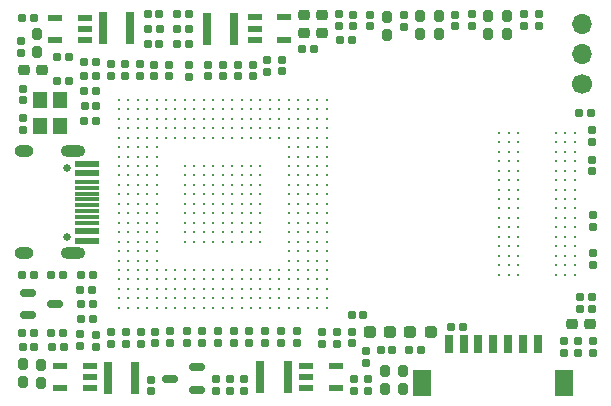
<source format=gts>
G04 #@! TF.GenerationSoftware,KiCad,Pcbnew,7.0.5-0*
G04 #@! TF.CreationDate,2023-06-20T23:32:33+08:00*
G04 #@! TF.ProjectId,slimarm_hypericum,736c696d-6172-46d5-9f68-797065726963,rev?*
G04 #@! TF.SameCoordinates,Original*
G04 #@! TF.FileFunction,Soldermask,Top*
G04 #@! TF.FilePolarity,Negative*
%FSLAX46Y46*%
G04 Gerber Fmt 4.6, Leading zero omitted, Abs format (unit mm)*
G04 Created by KiCad (PCBNEW 7.0.5-0) date 2023-06-20 23:32:33*
%MOMM*%
%LPD*%
G01*
G04 APERTURE LIST*
G04 Aperture macros list*
%AMRoundRect*
0 Rectangle with rounded corners*
0 $1 Rounding radius*
0 $2 $3 $4 $5 $6 $7 $8 $9 X,Y pos of 4 corners*
0 Add a 4 corners polygon primitive as box body*
4,1,4,$2,$3,$4,$5,$6,$7,$8,$9,$2,$3,0*
0 Add four circle primitives for the rounded corners*
1,1,$1+$1,$2,$3*
1,1,$1+$1,$4,$5*
1,1,$1+$1,$6,$7*
1,1,$1+$1,$8,$9*
0 Add four rect primitives between the rounded corners*
20,1,$1+$1,$2,$3,$4,$5,0*
20,1,$1+$1,$4,$5,$6,$7,0*
20,1,$1+$1,$6,$7,$8,$9,0*
20,1,$1+$1,$8,$9,$2,$3,0*%
G04 Aperture macros list end*
%ADD10RoundRect,0.150000X0.150000X-0.225000X0.150000X0.225000X-0.150000X0.225000X-0.150000X-0.225000X0*%
%ADD11RoundRect,0.150000X-0.225000X-0.150000X0.225000X-0.150000X0.225000X0.150000X-0.225000X0.150000X0*%
%ADD12RoundRect,0.150000X0.225000X0.150000X-0.225000X0.150000X-0.225000X-0.150000X0.225000X-0.150000X0*%
%ADD13RoundRect,0.150000X-0.150000X0.225000X-0.150000X-0.225000X0.150000X-0.225000X0.150000X0.225000X0*%
%ADD14R,0.711200X1.600000*%
%ADD15R,1.600200X2.209800*%
%ADD16R,1.200000X0.600000*%
%ADD17RoundRect,0.212500X-0.212500X0.262500X-0.212500X-0.262500X0.212500X-0.262500X0.212500X0.262500X0*%
%ADD18RoundRect,0.212500X0.212500X-0.262500X0.212500X0.262500X-0.212500X0.262500X-0.212500X-0.262500X0*%
%ADD19RoundRect,0.237500X0.287500X0.237500X-0.287500X0.237500X-0.287500X-0.237500X0.287500X-0.237500X0*%
%ADD20RoundRect,0.237500X-0.287500X-0.237500X0.287500X-0.237500X0.287500X0.237500X-0.287500X0.237500X0*%
%ADD21C,0.650000*%
%ADD22R,2.000000X0.600000*%
%ADD23R,2.000000X0.300000*%
%ADD24O,2.100000X1.000000*%
%ADD25O,1.600000X1.000000*%
%ADD26C,0.320000*%
%ADD27C,1.700000*%
%ADD28O,1.700000X1.700000*%
%ADD29RoundRect,0.212500X0.262500X0.212500X-0.262500X0.212500X-0.262500X-0.212500X0.262500X-0.212500X0*%
%ADD30R,0.800000X2.700000*%
%ADD31RoundRect,0.150000X0.512500X0.150000X-0.512500X0.150000X-0.512500X-0.150000X0.512500X-0.150000X0*%
%ADD32RoundRect,0.212500X-0.262500X-0.212500X0.262500X-0.212500X0.262500X0.212500X-0.262500X0.212500X0*%
%ADD33R,1.200000X1.400000*%
%ADD34RoundRect,0.150000X-0.512500X-0.150000X0.512500X-0.150000X0.512500X0.150000X-0.512500X0.150000X0*%
G04 APERTURE END LIST*
D10*
G04 #@! TO.C,C17*
X38500000Y-78970000D03*
X38500000Y-77970000D03*
G04 #@! TD*
D11*
G04 #@! TO.C,R23*
X27360000Y-79390000D03*
X28360000Y-79390000D03*
G04 #@! TD*
D12*
G04 #@! TO.C,R26*
X49100000Y-76600000D03*
X48100000Y-76600000D03*
G04 #@! TD*
D13*
G04 #@! TO.C,R25*
X52430000Y-73730000D03*
X52430000Y-74730000D03*
G04 #@! TD*
D12*
G04 #@! TO.C,R24*
X61730000Y-100190000D03*
X60730000Y-100190000D03*
G04 #@! TD*
G04 #@! TO.C,R20*
X52290000Y-75880000D03*
X51290000Y-75880000D03*
G04 #@! TD*
D14*
G04 #@! TO.C,J5*
X68020000Y-101640000D03*
X66770000Y-101640000D03*
X65520000Y-101640000D03*
X64270000Y-101640000D03*
X63020000Y-101640000D03*
X61770000Y-101640000D03*
X60520000Y-101640000D03*
D15*
X58272900Y-104942000D03*
X70267100Y-104942000D03*
G04 #@! TD*
D13*
G04 #@! TO.C,C18*
X53800000Y-73720000D03*
X53800000Y-74720000D03*
G04 #@! TD*
G04 #@! TO.C,C16*
X51070000Y-100580000D03*
X51070000Y-101580000D03*
G04 #@! TD*
D12*
G04 #@! TO.C,C80*
X36030000Y-74980000D03*
X35030000Y-74980000D03*
G04 #@! TD*
D11*
G04 #@! TO.C,C61*
X52280000Y-99160000D03*
X53280000Y-99160000D03*
G04 #@! TD*
D13*
G04 #@! TO.C,C33*
X29250000Y-100810000D03*
X29250000Y-101810000D03*
G04 #@! TD*
D16*
G04 #@! TO.C,U5*
X29690950Y-75880001D03*
X29690950Y-74930000D03*
X29690950Y-73979999D03*
X27189050Y-73979999D03*
X27189050Y-75880001D03*
G04 #@! TD*
D17*
G04 #@! TO.C,R15*
X63840000Y-73840000D03*
X63840000Y-75364000D03*
G04 #@! TD*
D10*
G04 #@! TO.C,C46*
X44960000Y-101520000D03*
X44960000Y-100520000D03*
G04 #@! TD*
D13*
G04 #@! TO.C,C42*
X72710000Y-93900000D03*
X72710000Y-94900000D03*
G04 #@! TD*
D12*
G04 #@! TO.C,C7*
X30670000Y-81480000D03*
X29670000Y-81480000D03*
G04 #@! TD*
G04 #@! TO.C,C8*
X30640000Y-80210000D03*
X29640000Y-80210000D03*
G04 #@! TD*
D10*
G04 #@! TO.C,C59*
X46360000Y-77540000D03*
X46360000Y-78540000D03*
G04 #@! TD*
D13*
G04 #@! TO.C,C30*
X33190000Y-100610000D03*
X33190000Y-101610000D03*
G04 #@! TD*
G04 #@! TO.C,C24*
X53690000Y-104570000D03*
X53690000Y-105570000D03*
G04 #@! TD*
D11*
G04 #@! TO.C,C21*
X35010000Y-76190000D03*
X36010000Y-76190000D03*
G04 #@! TD*
D12*
G04 #@! TO.C,C36*
X30310000Y-97020000D03*
X29310000Y-97020000D03*
G04 #@! TD*
D13*
G04 #@! TO.C,C32*
X30600000Y-100850000D03*
X30600000Y-101850000D03*
G04 #@! TD*
G04 #@! TO.C,R14*
X71430000Y-101400000D03*
X71430000Y-102400000D03*
G04 #@! TD*
D18*
G04 #@! TO.C,R8*
X24430000Y-104872000D03*
X24430000Y-103348000D03*
G04 #@! TD*
D13*
G04 #@! TO.C,C82*
X61030000Y-73722000D03*
X61030000Y-74722000D03*
G04 #@! TD*
D10*
G04 #@! TO.C,C55*
X41380000Y-78960000D03*
X41380000Y-77960000D03*
G04 #@! TD*
D19*
G04 #@! TO.C,D2*
X59005000Y-100590000D03*
X57255000Y-100590000D03*
G04 #@! TD*
D16*
G04 #@! TO.C,U8*
X44059050Y-73959999D03*
X44059050Y-74910000D03*
X44059050Y-75860001D03*
X46560950Y-75860001D03*
X46560950Y-73959999D03*
G04 #@! TD*
D11*
G04 #@! TO.C,C2*
X37490000Y-73670000D03*
X38490000Y-73670000D03*
G04 #@! TD*
D20*
G04 #@! TO.C,D1*
X53815000Y-100590000D03*
X55565000Y-100590000D03*
G04 #@! TD*
D10*
G04 #@! TO.C,C13*
X35530000Y-78960000D03*
X35530000Y-77960000D03*
G04 #@! TD*
D12*
G04 #@! TO.C,C38*
X72520000Y-82100000D03*
X71520000Y-82100000D03*
G04 #@! TD*
D21*
G04 #@! TO.C,J1*
X28190000Y-86740000D03*
X28190000Y-92520000D03*
D22*
X29890000Y-86380000D03*
X29890000Y-87180000D03*
D23*
X29890000Y-88380000D03*
X29890000Y-89380000D03*
X29890000Y-89880000D03*
X29890000Y-90880000D03*
D22*
X29890000Y-92080000D03*
X29890000Y-92880000D03*
X29890000Y-92880000D03*
X29890000Y-92080000D03*
D23*
X29890000Y-91380000D03*
X29890000Y-90380000D03*
X29890000Y-88880000D03*
X29890000Y-87880000D03*
D22*
X29890000Y-87180000D03*
X29890000Y-86380000D03*
D24*
X28720000Y-85310000D03*
D25*
X24540000Y-85310000D03*
D24*
X28720000Y-93950000D03*
D25*
X24540000Y-93950000D03*
G04 #@! TD*
D10*
G04 #@! TO.C,C57*
X43940000Y-78960000D03*
X43940000Y-77960000D03*
G04 #@! TD*
D11*
G04 #@! TO.C,C3*
X37510000Y-74930000D03*
X38510000Y-74930000D03*
G04 #@! TD*
G04 #@! TO.C,R4*
X29360000Y-95780000D03*
X30360000Y-95780000D03*
G04 #@! TD*
D26*
G04 #@! TO.C,U2*
X64770000Y-83740000D03*
X65570000Y-83740000D03*
X66370000Y-83740000D03*
X69570000Y-83740000D03*
X70370000Y-83740000D03*
X71170000Y-83740000D03*
X64770000Y-84540000D03*
X65570000Y-84540000D03*
X66370000Y-84540000D03*
X69570000Y-84540000D03*
X70370000Y-84540000D03*
X71170000Y-84540000D03*
X64770000Y-85340000D03*
X65570000Y-85340000D03*
X66370000Y-85340000D03*
X69570000Y-85340000D03*
X70370000Y-85340000D03*
X71170000Y-85340000D03*
X64770000Y-86140000D03*
X65570000Y-86140000D03*
X66370000Y-86140000D03*
X69570000Y-86140000D03*
X70370000Y-86140000D03*
X71170000Y-86140000D03*
X64770000Y-86940000D03*
X65570000Y-86940000D03*
X66370000Y-86940000D03*
X69570000Y-86940000D03*
X70370000Y-86940000D03*
X71170000Y-86940000D03*
X64770000Y-87740000D03*
X65570000Y-87740000D03*
X66370000Y-87740000D03*
X69570000Y-87740000D03*
X70370000Y-87740000D03*
X71170000Y-87740000D03*
X64770000Y-88540000D03*
X65570000Y-88540000D03*
X66370000Y-88540000D03*
X69570000Y-88540000D03*
X70370000Y-88540000D03*
X71170000Y-88540000D03*
X64770000Y-89340000D03*
X65570000Y-89340000D03*
X66370000Y-89340000D03*
X69570000Y-89340000D03*
X70370000Y-89340000D03*
X71170000Y-89340000D03*
X64770000Y-90140000D03*
X65570000Y-90140000D03*
X66370000Y-90140000D03*
X69570000Y-90140000D03*
X70370000Y-90140000D03*
X71170000Y-90140000D03*
X64770000Y-90940000D03*
X65570000Y-90940000D03*
X66370000Y-90940000D03*
X69570000Y-90940000D03*
X70370000Y-90940000D03*
X71170000Y-90940000D03*
X64770000Y-91740000D03*
X65570000Y-91740000D03*
X66370000Y-91740000D03*
X69570000Y-91740000D03*
X70370000Y-91740000D03*
X71170000Y-91740000D03*
X64770000Y-92540000D03*
X65570000Y-92540000D03*
X66370000Y-92540000D03*
X69570000Y-92540000D03*
X70370000Y-92540000D03*
X71170000Y-92540000D03*
X64770000Y-93340000D03*
X65570000Y-93340000D03*
X66370000Y-93340000D03*
X69570000Y-93340000D03*
X70370000Y-93340000D03*
X71170000Y-93340000D03*
X64770000Y-94140000D03*
X65570000Y-94140000D03*
X66370000Y-94140000D03*
X69570000Y-94140000D03*
X70370000Y-94140000D03*
X71170000Y-94140000D03*
X64770000Y-94940000D03*
X65570000Y-94940000D03*
X66370000Y-94940000D03*
X69570000Y-94940000D03*
X70370000Y-94940000D03*
X71170000Y-94940000D03*
X64770000Y-95740000D03*
X65570000Y-95740000D03*
X66370000Y-95740000D03*
X69570000Y-95740000D03*
X70370000Y-95740000D03*
X71170000Y-95740000D03*
G04 #@! TD*
D10*
G04 #@! TO.C,C11*
X33120000Y-78940000D03*
X33120000Y-77940000D03*
G04 #@! TD*
G04 #@! TO.C,C31*
X35650000Y-101560000D03*
X35650000Y-100560000D03*
G04 #@! TD*
G04 #@! TO.C,C10*
X31920000Y-78940000D03*
X31920000Y-77940000D03*
G04 #@! TD*
D12*
G04 #@! TO.C,C34*
X30350000Y-99500000D03*
X29350000Y-99500000D03*
G04 #@! TD*
D17*
G04 #@! TO.C,R10*
X56630000Y-103928000D03*
X56630000Y-105452000D03*
G04 #@! TD*
D18*
G04 #@! TO.C,R9*
X55080000Y-105422000D03*
X55080000Y-103898000D03*
G04 #@! TD*
G04 #@! TO.C,R12*
X25650000Y-76862000D03*
X25650000Y-75338000D03*
G04 #@! TD*
D11*
G04 #@! TO.C,C43*
X71620000Y-97620000D03*
X72620000Y-97620000D03*
G04 #@! TD*
D27*
G04 #@! TO.C,J3*
X71800000Y-79590000D03*
D28*
X71800000Y-77050000D03*
X71800000Y-74510000D03*
G04 #@! TD*
D10*
G04 #@! TO.C,C49*
X38330000Y-101520000D03*
X38330000Y-100520000D03*
G04 #@! TD*
G04 #@! TO.C,C14*
X36790000Y-78960000D03*
X36790000Y-77960000D03*
G04 #@! TD*
G04 #@! TO.C,C71*
X53500000Y-103250000D03*
X53500000Y-102250000D03*
G04 #@! TD*
G04 #@! TO.C,R19*
X70220000Y-102390000D03*
X70220000Y-101390000D03*
G04 #@! TD*
G04 #@! TO.C,C47*
X46340000Y-101510000D03*
X46340000Y-100510000D03*
G04 #@! TD*
D12*
G04 #@! TO.C,R21*
X55730000Y-102110000D03*
X54730000Y-102110000D03*
G04 #@! TD*
D11*
G04 #@! TO.C,C44*
X71620000Y-98680000D03*
X72620000Y-98680000D03*
G04 #@! TD*
D29*
G04 #@! TO.C,R1*
X49740000Y-73750000D03*
X48216000Y-73750000D03*
G04 #@! TD*
D10*
G04 #@! TO.C,C81*
X56690000Y-74752000D03*
X56690000Y-73752000D03*
G04 #@! TD*
G04 #@! TO.C,C83*
X35310000Y-105630000D03*
X35310000Y-104630000D03*
G04 #@! TD*
D13*
G04 #@! TO.C,C39*
X72630000Y-83540000D03*
X72630000Y-84540000D03*
G04 #@! TD*
D10*
G04 #@! TO.C,C50*
X39640000Y-101520000D03*
X39640000Y-100520000D03*
G04 #@! TD*
G04 #@! TO.C,C48*
X47680000Y-101490000D03*
X47680000Y-100490000D03*
G04 #@! TD*
D12*
G04 #@! TO.C,C6*
X30620000Y-82770000D03*
X29620000Y-82770000D03*
G04 #@! TD*
D13*
G04 #@! TO.C,C41*
X72690000Y-90690000D03*
X72690000Y-91690000D03*
G04 #@! TD*
D18*
G04 #@! TO.C,R16*
X65450000Y-75344000D03*
X65450000Y-73820000D03*
G04 #@! TD*
D10*
G04 #@! TO.C,C27*
X31900000Y-101610000D03*
X31900000Y-100610000D03*
G04 #@! TD*
D11*
G04 #@! TO.C,C76*
X24390000Y-95790000D03*
X25390000Y-95790000D03*
G04 #@! TD*
D16*
G04 #@! TO.C,U4*
X48429050Y-103449999D03*
X48429050Y-104400000D03*
X48429050Y-105350001D03*
X50930950Y-105350001D03*
X50930950Y-103449999D03*
G04 #@! TD*
D29*
G04 #@! TO.C,R11*
X26032000Y-78460000D03*
X24508000Y-78460000D03*
G04 #@! TD*
D10*
G04 #@! TO.C,C58*
X45130000Y-77550000D03*
X45130000Y-78550000D03*
G04 #@! TD*
D11*
G04 #@! TO.C,R22*
X57170000Y-102090000D03*
X58170000Y-102090000D03*
G04 #@! TD*
D30*
G04 #@! TO.C,L2*
X46850000Y-104430000D03*
X44550000Y-104430000D03*
G04 #@! TD*
D17*
G04 #@! TO.C,R7*
X25980000Y-103406000D03*
X25980000Y-104930000D03*
G04 #@! TD*
D11*
G04 #@! TO.C,C26*
X24420000Y-101870000D03*
X25420000Y-101870000D03*
G04 #@! TD*
D13*
G04 #@! TO.C,C15*
X49790000Y-100580000D03*
X49790000Y-101580000D03*
G04 #@! TD*
D11*
G04 #@! TO.C,C78*
X27330000Y-77300000D03*
X28330000Y-77300000D03*
G04 #@! TD*
D18*
G04 #@! TO.C,R18*
X59640000Y-75394000D03*
X59640000Y-73870000D03*
G04 #@! TD*
D12*
G04 #@! TO.C,C84*
X25380000Y-100670000D03*
X24380000Y-100670000D03*
G04 #@! TD*
D10*
G04 #@! TO.C,C51*
X40960000Y-101530000D03*
X40960000Y-100530000D03*
G04 #@! TD*
G04 #@! TO.C,C45*
X43610000Y-101530000D03*
X43610000Y-100530000D03*
G04 #@! TD*
G04 #@! TO.C,C73*
X41970950Y-105570001D03*
X41970950Y-104570001D03*
G04 #@! TD*
D13*
G04 #@! TO.C,C60*
X52310000Y-100570000D03*
X52310000Y-101570000D03*
G04 #@! TD*
D12*
G04 #@! TO.C,C79*
X36010000Y-73660000D03*
X35010000Y-73660000D03*
G04 #@! TD*
G04 #@! TO.C,C9*
X30640000Y-78950000D03*
X29640000Y-78950000D03*
G04 #@! TD*
G04 #@! TO.C,C1*
X30630000Y-77750000D03*
X29630000Y-77750000D03*
G04 #@! TD*
D10*
G04 #@! TO.C,C22*
X51188000Y-74710000D03*
X51188000Y-73710000D03*
G04 #@! TD*
D11*
G04 #@! TO.C,C85*
X24380000Y-74000000D03*
X25380000Y-74000000D03*
G04 #@! TD*
D10*
G04 #@! TO.C,C52*
X42300000Y-101530000D03*
X42300000Y-100530000D03*
G04 #@! TD*
G04 #@! TO.C,C74*
X62440000Y-74702000D03*
X62440000Y-73702000D03*
G04 #@! TD*
D30*
G04 #@! TO.C,L4*
X42350000Y-74930000D03*
X40050000Y-74930000D03*
G04 #@! TD*
D11*
G04 #@! TO.C,C53*
X26850000Y-100670000D03*
X27850000Y-100670000D03*
G04 #@! TD*
D12*
G04 #@! TO.C,C25*
X38520000Y-76220000D03*
X37520000Y-76220000D03*
G04 #@! TD*
D31*
G04 #@! TO.C,U7*
X39177500Y-105500000D03*
X39177500Y-103600000D03*
X36902500Y-104550000D03*
G04 #@! TD*
D10*
G04 #@! TO.C,C40*
X72620000Y-87010000D03*
X72620000Y-86010000D03*
G04 #@! TD*
G04 #@! TO.C,C77*
X24300000Y-76980000D03*
X24300000Y-75980000D03*
G04 #@! TD*
D32*
G04 #@! TO.C,R2*
X70956000Y-99950000D03*
X72480000Y-99950000D03*
G04 #@! TD*
D30*
G04 #@! TO.C,L1*
X31660000Y-104500000D03*
X33960000Y-104500000D03*
G04 #@! TD*
G04 #@! TO.C,L3*
X31250000Y-74870000D03*
X33550000Y-74870000D03*
G04 #@! TD*
D10*
G04 #@! TO.C,C56*
X42650000Y-78960000D03*
X42650000Y-77960000D03*
G04 #@! TD*
D12*
G04 #@! TO.C,C35*
X30350000Y-98240000D03*
X29350000Y-98240000D03*
G04 #@! TD*
D10*
G04 #@! TO.C,C12*
X34330000Y-78950000D03*
X34330000Y-77950000D03*
G04 #@! TD*
D18*
G04 #@! TO.C,R5*
X55250000Y-75422000D03*
X55250000Y-73898000D03*
G04 #@! TD*
D26*
G04 #@! TO.C,U1*
X50160000Y-98550000D03*
X49360000Y-98550000D03*
X48560000Y-98550000D03*
X47760000Y-98550000D03*
X46960000Y-98550000D03*
X46160000Y-98550000D03*
X45360000Y-98550000D03*
X44560000Y-98550000D03*
X43760000Y-98550000D03*
X42960000Y-98550000D03*
X42160000Y-98550000D03*
X41360000Y-98550000D03*
X40560000Y-98550000D03*
X39760000Y-98550000D03*
X38960000Y-98550000D03*
X38160000Y-98550000D03*
X37360000Y-98550000D03*
X36560000Y-98550000D03*
X35760000Y-98550000D03*
X34960000Y-98550000D03*
X34160000Y-98550000D03*
X33360000Y-98550000D03*
X32560000Y-98550000D03*
X50160000Y-82550000D03*
X49360000Y-82550000D03*
X48560000Y-82550000D03*
X47760000Y-82550000D03*
X46960000Y-82550000D03*
X46160000Y-82550000D03*
X45360000Y-82550000D03*
X44560000Y-82550000D03*
X43760000Y-82550000D03*
X42960000Y-82550000D03*
X42160000Y-82550000D03*
X41360000Y-82550000D03*
X40560000Y-82550000D03*
X39760000Y-82550000D03*
X38960000Y-82550000D03*
X38160000Y-82550000D03*
X37360000Y-82550000D03*
X36560000Y-82550000D03*
X35760000Y-82550000D03*
X34960000Y-82550000D03*
X34160000Y-82550000D03*
X33360000Y-82550000D03*
X32560000Y-82550000D03*
X50160000Y-81750000D03*
X49360000Y-81750000D03*
X48560000Y-81750000D03*
X47760000Y-81750000D03*
X46960000Y-81750000D03*
X46160000Y-81750000D03*
X45360000Y-81750000D03*
X44560000Y-81750000D03*
X43760000Y-81750000D03*
X42960000Y-81750000D03*
X42160000Y-81750000D03*
X41360000Y-81750000D03*
X40560000Y-81750000D03*
X39760000Y-81750000D03*
X38960000Y-81750000D03*
X38160000Y-81750000D03*
X37360000Y-81750000D03*
X36560000Y-81750000D03*
X35760000Y-81750000D03*
X34960000Y-81750000D03*
X34160000Y-81750000D03*
X33360000Y-81750000D03*
X32560000Y-81750000D03*
X50160000Y-80950000D03*
X49360000Y-80950000D03*
X48560000Y-80950000D03*
X47760000Y-80950000D03*
X46960000Y-80950000D03*
X46160000Y-80950000D03*
X45360000Y-80950000D03*
X44560000Y-80950000D03*
X43760000Y-80950000D03*
X42960000Y-80950000D03*
X42160000Y-80950000D03*
X41360000Y-80950000D03*
X40560000Y-80950000D03*
X39760000Y-80950000D03*
X38960000Y-80950000D03*
X38160000Y-80950000D03*
X37360000Y-80950000D03*
X36560000Y-80950000D03*
X35760000Y-80950000D03*
X34960000Y-80950000D03*
X34160000Y-80950000D03*
X33360000Y-80950000D03*
X32560000Y-80950000D03*
X50160000Y-97750000D03*
X49360000Y-97750000D03*
X48560000Y-97750000D03*
X47760000Y-97750000D03*
X46960000Y-97750000D03*
X46160000Y-97750000D03*
X45360000Y-97750000D03*
X44560000Y-97750000D03*
X43760000Y-97750000D03*
X42960000Y-97750000D03*
X42160000Y-97750000D03*
X41360000Y-97750000D03*
X40560000Y-97750000D03*
X39760000Y-97750000D03*
X38960000Y-97750000D03*
X38160000Y-97750000D03*
X37360000Y-97750000D03*
X36560000Y-97750000D03*
X35760000Y-97750000D03*
X34960000Y-97750000D03*
X34160000Y-97750000D03*
X33360000Y-97750000D03*
X32560000Y-97750000D03*
X50160000Y-96950000D03*
X49360000Y-96950000D03*
X48560000Y-96950000D03*
X47760000Y-96950000D03*
X46960000Y-96950000D03*
X46160000Y-96950000D03*
X45360000Y-96950000D03*
X44560000Y-96950000D03*
X43760000Y-96950000D03*
X42960000Y-96950000D03*
X42160000Y-96950000D03*
X41360000Y-96950000D03*
X40560000Y-96950000D03*
X39760000Y-96950000D03*
X38960000Y-96950000D03*
X38160000Y-96950000D03*
X37360000Y-96950000D03*
X36560000Y-96950000D03*
X35760000Y-96950000D03*
X34960000Y-96950000D03*
X34160000Y-96950000D03*
X33360000Y-96950000D03*
X32560000Y-96950000D03*
X50160000Y-96150000D03*
X49360000Y-96150000D03*
X48560000Y-96150000D03*
X47760000Y-96150000D03*
X46960000Y-96150000D03*
X46160000Y-96150000D03*
X45360000Y-96150000D03*
X44560000Y-96150000D03*
X43760000Y-96150000D03*
X42960000Y-96150000D03*
X42160000Y-96150000D03*
X41360000Y-96150000D03*
X40560000Y-96150000D03*
X39760000Y-96150000D03*
X38960000Y-96150000D03*
X38160000Y-96150000D03*
X37360000Y-96150000D03*
X36560000Y-96150000D03*
X35760000Y-96150000D03*
X34960000Y-96150000D03*
X34160000Y-96150000D03*
X33360000Y-96150000D03*
X32560000Y-96150000D03*
X50160000Y-95350000D03*
X49360000Y-95350000D03*
X48560000Y-95350000D03*
X47760000Y-95350000D03*
X46960000Y-95350000D03*
X46160000Y-95350000D03*
X45360000Y-95350000D03*
X44560000Y-95350000D03*
X43760000Y-95350000D03*
X42960000Y-95350000D03*
X42160000Y-95350000D03*
X41360000Y-95350000D03*
X40560000Y-95350000D03*
X39760000Y-95350000D03*
X38960000Y-95350000D03*
X38160000Y-95350000D03*
X37360000Y-95350000D03*
X36560000Y-95350000D03*
X35760000Y-95350000D03*
X34960000Y-95350000D03*
X34160000Y-95350000D03*
X33360000Y-95350000D03*
X32560000Y-95350000D03*
X50160000Y-94550000D03*
X49360000Y-94550000D03*
X48560000Y-94550000D03*
X47760000Y-94550000D03*
X46960000Y-94550000D03*
X35760000Y-94550000D03*
X34960000Y-94550000D03*
X34160000Y-94550000D03*
X33360000Y-94550000D03*
X32560000Y-94550000D03*
X50160000Y-93750000D03*
X49360000Y-93750000D03*
X48560000Y-93750000D03*
X47760000Y-93750000D03*
X46960000Y-93750000D03*
X35760000Y-93750000D03*
X34960000Y-93750000D03*
X34160000Y-93750000D03*
X33360000Y-93750000D03*
X32560000Y-93750000D03*
X50160000Y-92950000D03*
X49360000Y-92950000D03*
X48560000Y-92950000D03*
X47760000Y-92950000D03*
X46960000Y-92950000D03*
X44560000Y-92950000D03*
X43760000Y-92950000D03*
X42960000Y-92950000D03*
X42160000Y-92950000D03*
X41360000Y-92950000D03*
X40560000Y-92950000D03*
X39760000Y-92950000D03*
X38960000Y-92950000D03*
X38160000Y-92950000D03*
X35760000Y-92950000D03*
X34960000Y-92950000D03*
X34160000Y-92950000D03*
X33360000Y-92950000D03*
X32560000Y-92950000D03*
X50160000Y-92150000D03*
X49360000Y-92150000D03*
X48560000Y-92150000D03*
X47760000Y-92150000D03*
X46960000Y-92150000D03*
X44560000Y-92150000D03*
X43760000Y-92150000D03*
X42960000Y-92150000D03*
X42160000Y-92150000D03*
X41360000Y-92150000D03*
X40560000Y-92150000D03*
X39760000Y-92150000D03*
X38960000Y-92150000D03*
X38160000Y-92150000D03*
X35760000Y-92150000D03*
X34960000Y-92150000D03*
X34160000Y-92150000D03*
X33360000Y-92150000D03*
X32560000Y-92150000D03*
X50160000Y-91350000D03*
X49360000Y-91350000D03*
X48560000Y-91350000D03*
X47760000Y-91350000D03*
X46960000Y-91350000D03*
X44560000Y-91350000D03*
X43760000Y-91350000D03*
X42960000Y-91350000D03*
X42160000Y-91350000D03*
X41360000Y-91350000D03*
X40560000Y-91350000D03*
X39760000Y-91350000D03*
X38960000Y-91350000D03*
X38160000Y-91350000D03*
X35760000Y-91350000D03*
X34960000Y-91350000D03*
X34160000Y-91350000D03*
X33360000Y-91350000D03*
X32560000Y-91350000D03*
X50160000Y-90550000D03*
X49360000Y-90550000D03*
X48560000Y-90550000D03*
X47760000Y-90550000D03*
X46960000Y-90550000D03*
X44560000Y-90550000D03*
X43760000Y-90550000D03*
X42960000Y-90550000D03*
X42160000Y-90550000D03*
X41360000Y-90550000D03*
X40560000Y-90550000D03*
X39760000Y-90550000D03*
X38960000Y-90550000D03*
X38160000Y-90550000D03*
X35760000Y-90550000D03*
X34960000Y-90550000D03*
X34160000Y-90550000D03*
X33360000Y-90550000D03*
X32560000Y-90550000D03*
X50160000Y-89750000D03*
X49360000Y-89750000D03*
X48560000Y-89750000D03*
X47760000Y-89750000D03*
X46960000Y-89750000D03*
X44560000Y-89750000D03*
X43760000Y-89750000D03*
X42960000Y-89750000D03*
X42160000Y-89750000D03*
X41360000Y-89750000D03*
X40560000Y-89750000D03*
X39760000Y-89750000D03*
X38960000Y-89750000D03*
X38160000Y-89750000D03*
X35760000Y-89750000D03*
X34960000Y-89750000D03*
X34160000Y-89750000D03*
X33360000Y-89750000D03*
X32560000Y-89750000D03*
X50160000Y-88950000D03*
X49360000Y-88950000D03*
X48560000Y-88950000D03*
X47760000Y-88950000D03*
X46960000Y-88950000D03*
X44560000Y-88950000D03*
X43760000Y-88950000D03*
X42960000Y-88950000D03*
X42160000Y-88950000D03*
X41360000Y-88950000D03*
X40560000Y-88950000D03*
X39760000Y-88950000D03*
X38960000Y-88950000D03*
X38160000Y-88950000D03*
X35760000Y-88950000D03*
X34960000Y-88950000D03*
X34160000Y-88950000D03*
X33360000Y-88950000D03*
X32560000Y-88950000D03*
X50160000Y-88150000D03*
X49360000Y-88150000D03*
X48560000Y-88150000D03*
X47760000Y-88150000D03*
X46960000Y-88150000D03*
X44560000Y-88150000D03*
X43760000Y-88150000D03*
X42960000Y-88150000D03*
X42160000Y-88150000D03*
X41360000Y-88150000D03*
X40560000Y-88150000D03*
X39760000Y-88150000D03*
X38960000Y-88150000D03*
X38160000Y-88150000D03*
X35760000Y-88150000D03*
X34960000Y-88150000D03*
X34160000Y-88150000D03*
X33360000Y-88150000D03*
X32560000Y-88150000D03*
X50160000Y-87350000D03*
X49360000Y-87350000D03*
X48560000Y-87350000D03*
X47760000Y-87350000D03*
X46960000Y-87350000D03*
X44560000Y-87350000D03*
X43760000Y-87350000D03*
X42960000Y-87350000D03*
X42160000Y-87350000D03*
X41360000Y-87350000D03*
X40560000Y-87350000D03*
X39760000Y-87350000D03*
X38960000Y-87350000D03*
X38160000Y-87350000D03*
X35760000Y-87350000D03*
X34960000Y-87350000D03*
X34160000Y-87350000D03*
X33360000Y-87350000D03*
X32560000Y-87350000D03*
X50160000Y-86550000D03*
X49360000Y-86550000D03*
X48560000Y-86550000D03*
X47760000Y-86550000D03*
X46960000Y-86550000D03*
X44560000Y-86550000D03*
X43760000Y-86550000D03*
X42960000Y-86550000D03*
X42160000Y-86550000D03*
X41360000Y-86550000D03*
X40560000Y-86550000D03*
X39760000Y-86550000D03*
X38960000Y-86550000D03*
X38160000Y-86550000D03*
X35760000Y-86550000D03*
X34960000Y-86550000D03*
X34160000Y-86550000D03*
X33360000Y-86550000D03*
X32560000Y-86550000D03*
X50160000Y-85750000D03*
X49360000Y-85750000D03*
X48560000Y-85750000D03*
X47760000Y-85750000D03*
X46960000Y-85750000D03*
X35760000Y-85750000D03*
X34960000Y-85750000D03*
X34160000Y-85750000D03*
X33360000Y-85750000D03*
X32560000Y-85750000D03*
X50160000Y-84950000D03*
X49360000Y-84950000D03*
X48560000Y-84950000D03*
X47760000Y-84950000D03*
X46960000Y-84950000D03*
X35760000Y-84950000D03*
X34960000Y-84950000D03*
X34160000Y-84950000D03*
X33360000Y-84950000D03*
X32560000Y-84950000D03*
X50160000Y-84150000D03*
X49360000Y-84150000D03*
X48560000Y-84150000D03*
X47760000Y-84150000D03*
X46960000Y-84150000D03*
X46160000Y-84150000D03*
X45360000Y-84150000D03*
X44560000Y-84150000D03*
X43760000Y-84150000D03*
X42960000Y-84150000D03*
X42160000Y-84150000D03*
X41360000Y-84150000D03*
X40560000Y-84150000D03*
X39760000Y-84150000D03*
X38960000Y-84150000D03*
X38160000Y-84150000D03*
X37360000Y-84150000D03*
X36560000Y-84150000D03*
X35760000Y-84150000D03*
X34960000Y-84150000D03*
X34160000Y-84150000D03*
X33360000Y-84150000D03*
X32560000Y-84150000D03*
X50160000Y-83350000D03*
X49360000Y-83350000D03*
X48560000Y-83350000D03*
X47760000Y-83350000D03*
X46960000Y-83350000D03*
X46160000Y-83350000D03*
X45360000Y-83350000D03*
X44560000Y-83350000D03*
X43760000Y-83350000D03*
X42960000Y-83350000D03*
X42160000Y-83350000D03*
X41360000Y-83350000D03*
X40560000Y-83350000D03*
X39760000Y-83350000D03*
X38960000Y-83350000D03*
X38160000Y-83350000D03*
X37360000Y-83350000D03*
X36560000Y-83350000D03*
X35760000Y-83350000D03*
X34960000Y-83350000D03*
X34160000Y-83350000D03*
X33360000Y-83350000D03*
X32560000Y-83350000D03*
G04 #@! TD*
D32*
G04 #@! TO.C,R6*
X48236000Y-75260000D03*
X49760000Y-75260000D03*
G04 #@! TD*
D10*
G04 #@! TO.C,C4*
X24420000Y-81000000D03*
X24420000Y-80000000D03*
G04 #@! TD*
D13*
G04 #@! TO.C,C23*
X52460000Y-104580000D03*
X52460000Y-105580000D03*
G04 #@! TD*
D10*
G04 #@! TO.C,C72*
X43200950Y-105570001D03*
X43200950Y-104570001D03*
G04 #@! TD*
D13*
G04 #@! TO.C,C28*
X34450000Y-100590000D03*
X34450000Y-101590000D03*
G04 #@! TD*
G04 #@! TO.C,C29*
X36880000Y-100540000D03*
X36880000Y-101540000D03*
G04 #@! TD*
G04 #@! TO.C,R13*
X72690000Y-101390000D03*
X72690000Y-102390000D03*
G04 #@! TD*
G04 #@! TO.C,C5*
X24430000Y-82490000D03*
X24430000Y-83490000D03*
G04 #@! TD*
G04 #@! TO.C,C75*
X66880000Y-73672000D03*
X66880000Y-74672000D03*
G04 #@! TD*
D11*
G04 #@! TO.C,C70*
X26940000Y-101890000D03*
X27940000Y-101890000D03*
G04 #@! TD*
D33*
G04 #@! TO.C,Y1*
X25910000Y-80960000D03*
X25910000Y-83160000D03*
X27610000Y-83160000D03*
X27610000Y-80960000D03*
G04 #@! TD*
D11*
G04 #@! TO.C,R3*
X26850000Y-95810000D03*
X27850000Y-95810000D03*
G04 #@! TD*
D34*
G04 #@! TO.C,U6*
X24902500Y-97290000D03*
X24902500Y-99190000D03*
X27177500Y-98240000D03*
G04 #@! TD*
D10*
G04 #@! TO.C,C37*
X68170000Y-74700000D03*
X68170000Y-73700000D03*
G04 #@! TD*
D17*
G04 #@! TO.C,R17*
X58080000Y-73878000D03*
X58080000Y-75402000D03*
G04 #@! TD*
D10*
G04 #@! TO.C,C54*
X40140000Y-78960000D03*
X40140000Y-77960000D03*
G04 #@! TD*
G04 #@! TO.C,C86*
X40780000Y-105570000D03*
X40780000Y-104570000D03*
G04 #@! TD*
D16*
G04 #@! TO.C,U3*
X30110950Y-105380001D03*
X30110950Y-104430000D03*
X30110950Y-103479999D03*
X27609050Y-103479999D03*
X27609050Y-105380001D03*
G04 #@! TD*
M02*

</source>
